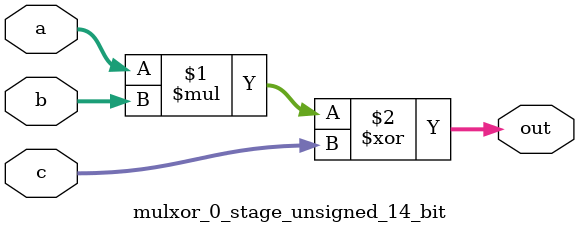
<source format=sv>
(* use_dsp = "yes" *) module mulxor_0_stage_unsigned_14_bit(
	input  [13:0] a,
	input  [13:0] b,
	input  [13:0] c,
	output [13:0] out
	);

	assign out = (a * b) ^ c;
endmodule

</source>
